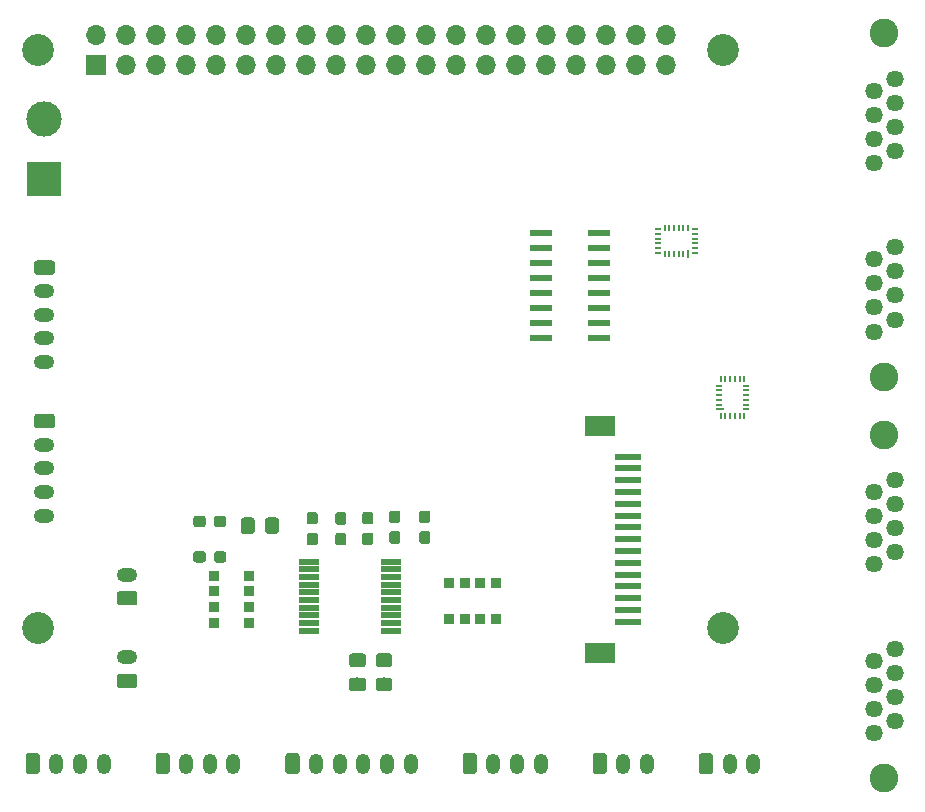
<source format=gbs>
G04 #@! TF.GenerationSoftware,KiCad,Pcbnew,(5.1.0)-1*
G04 #@! TF.CreationDate,2020-06-21T15:24:11+01:00*
G04 #@! TF.ProjectId,Top Board,546f7020-426f-4617-9264-2e6b69636164,-*
G04 #@! TF.SameCoordinates,Original*
G04 #@! TF.FileFunction,Soldermask,Bot*
G04 #@! TF.FilePolarity,Negative*
%FSLAX46Y46*%
G04 Gerber Fmt 4.6, Leading zero omitted, Abs format (unit mm)*
G04 Created by KiCad (PCBNEW (5.1.0)-1) date 2020-06-21 15:24:11*
%MOMM*%
%LPD*%
G04 APERTURE LIST*
%ADD10C,2.430000*%
%ADD11C,1.462000*%
%ADD12R,0.225000X0.663000*%
%ADD13R,0.225000X0.563000*%
%ADD14R,0.563000X0.225000*%
%ADD15R,0.663000X0.225000*%
%ADD16R,3.000000X3.000000*%
%ADD17C,3.000000*%
%ADD18R,1.950000X0.590000*%
%ADD19C,0.150000*%
%ADD20C,1.200000*%
%ADD21O,1.200000X1.750000*%
%ADD22C,2.700000*%
%ADD23R,1.700000X1.700000*%
%ADD24O,1.700000X1.700000*%
%ADD25C,0.950000*%
%ADD26C,1.150000*%
%ADD27R,1.700000X0.480000*%
%ADD28R,0.900000X0.900000*%
%ADD29R,2.200000X0.600000*%
%ADD30R,2.600000X1.800000*%
%ADD31O,1.750000X1.200000*%
G04 APERTURE END LIST*
D10*
X183110000Y-102175000D03*
X183110000Y-131245000D03*
D11*
X182220000Y-127420000D03*
X184000000Y-126400000D03*
X182220000Y-125380000D03*
X184000000Y-124360000D03*
X182220000Y-123340000D03*
X184000000Y-122320000D03*
X182220000Y-121300000D03*
X184000000Y-120280000D03*
X182220000Y-113140000D03*
X184000000Y-112120000D03*
X182220000Y-111100000D03*
X184000000Y-110080000D03*
X182220000Y-109060000D03*
X184000000Y-108040000D03*
X182220000Y-107020000D03*
X184000000Y-106000000D03*
D12*
X166500000Y-86819000D03*
D13*
X166100000Y-86869000D03*
X165700000Y-86869000D03*
X165300000Y-86869000D03*
X164900000Y-86869000D03*
X164500000Y-86869000D03*
X164500000Y-84631000D03*
X164900000Y-84631000D03*
X165300000Y-84631000D03*
X165700000Y-84631000D03*
X166100000Y-84631000D03*
X166500000Y-84631000D03*
D14*
X163931000Y-85950000D03*
X163931000Y-86350000D03*
X163931000Y-86750000D03*
X163931000Y-85550000D03*
X163931000Y-85150000D03*
X163931000Y-84750000D03*
X167068000Y-84750000D03*
X167068000Y-85150000D03*
X167068000Y-85550000D03*
X167068000Y-85950000D03*
X167068000Y-86350000D03*
X167068000Y-86750000D03*
D15*
X169181000Y-100000000D03*
D14*
X169131000Y-99600000D03*
X169131000Y-99200000D03*
X169131000Y-98800000D03*
X169131000Y-98400000D03*
X169131000Y-98000000D03*
X171369000Y-98000000D03*
X171369000Y-98400000D03*
X171369000Y-98800000D03*
X171369000Y-99200000D03*
X171369000Y-99600000D03*
X171369000Y-100000000D03*
D13*
X170050000Y-97431000D03*
X169650000Y-97431000D03*
X169250000Y-97431000D03*
X170450000Y-97431000D03*
X170850000Y-97431000D03*
X171250000Y-97431000D03*
X171250000Y-100568000D03*
X170850000Y-100568000D03*
X170450000Y-100568000D03*
X170050000Y-100568000D03*
X169650000Y-100568000D03*
X169250000Y-100568000D03*
D11*
X184000000Y-72000000D03*
X182220000Y-73020000D03*
X184000000Y-74040000D03*
X182220000Y-75060000D03*
X184000000Y-76080000D03*
X182220000Y-77100000D03*
X184000000Y-78120000D03*
X182220000Y-79140000D03*
X184000000Y-86280000D03*
X182220000Y-87300000D03*
X184000000Y-88320000D03*
X182220000Y-89340000D03*
X184000000Y-90360000D03*
X182220000Y-91380000D03*
X184000000Y-92400000D03*
X182220000Y-93420000D03*
D10*
X183110000Y-97245000D03*
X183110000Y-68175000D03*
D16*
X112000000Y-80500000D03*
D17*
X112000000Y-75420000D03*
D18*
X154020000Y-85055000D03*
X154020000Y-86325000D03*
X154020000Y-87595000D03*
X154020000Y-88865000D03*
X154020000Y-90135000D03*
X154020000Y-91405000D03*
X154020000Y-92675000D03*
X154020000Y-93945000D03*
X158980000Y-93945000D03*
X158980000Y-92675000D03*
X158980000Y-91405000D03*
X158980000Y-90135000D03*
X158980000Y-88865000D03*
X158980000Y-87595000D03*
X158980000Y-86325000D03*
X158980000Y-85055000D03*
D19*
G36*
X133374505Y-129126204D02*
G01*
X133398773Y-129129804D01*
X133422572Y-129135765D01*
X133445671Y-129144030D01*
X133467850Y-129154520D01*
X133488893Y-129167132D01*
X133508599Y-129181747D01*
X133526777Y-129198223D01*
X133543253Y-129216401D01*
X133557868Y-129236107D01*
X133570480Y-129257150D01*
X133580970Y-129279329D01*
X133589235Y-129302428D01*
X133595196Y-129326227D01*
X133598796Y-129350495D01*
X133600000Y-129374999D01*
X133600000Y-130625001D01*
X133598796Y-130649505D01*
X133595196Y-130673773D01*
X133589235Y-130697572D01*
X133580970Y-130720671D01*
X133570480Y-130742850D01*
X133557868Y-130763893D01*
X133543253Y-130783599D01*
X133526777Y-130801777D01*
X133508599Y-130818253D01*
X133488893Y-130832868D01*
X133467850Y-130845480D01*
X133445671Y-130855970D01*
X133422572Y-130864235D01*
X133398773Y-130870196D01*
X133374505Y-130873796D01*
X133350001Y-130875000D01*
X132649999Y-130875000D01*
X132625495Y-130873796D01*
X132601227Y-130870196D01*
X132577428Y-130864235D01*
X132554329Y-130855970D01*
X132532150Y-130845480D01*
X132511107Y-130832868D01*
X132491401Y-130818253D01*
X132473223Y-130801777D01*
X132456747Y-130783599D01*
X132442132Y-130763893D01*
X132429520Y-130742850D01*
X132419030Y-130720671D01*
X132410765Y-130697572D01*
X132404804Y-130673773D01*
X132401204Y-130649505D01*
X132400000Y-130625001D01*
X132400000Y-129374999D01*
X132401204Y-129350495D01*
X132404804Y-129326227D01*
X132410765Y-129302428D01*
X132419030Y-129279329D01*
X132429520Y-129257150D01*
X132442132Y-129236107D01*
X132456747Y-129216401D01*
X132473223Y-129198223D01*
X132491401Y-129181747D01*
X132511107Y-129167132D01*
X132532150Y-129154520D01*
X132554329Y-129144030D01*
X132577428Y-129135765D01*
X132601227Y-129129804D01*
X132625495Y-129126204D01*
X132649999Y-129125000D01*
X133350001Y-129125000D01*
X133374505Y-129126204D01*
X133374505Y-129126204D01*
G37*
D20*
X133000000Y-130000000D03*
D21*
X135000000Y-130000000D03*
X137000000Y-130000000D03*
X139000000Y-130000000D03*
X141000000Y-130000000D03*
X143000000Y-130000000D03*
D22*
X111450000Y-69560000D03*
D23*
X116320000Y-70830000D03*
D24*
X116320000Y-68290000D03*
X118860000Y-70830000D03*
X118860000Y-68290000D03*
X121400000Y-70830000D03*
X121400000Y-68290000D03*
X123940000Y-70830000D03*
X123940000Y-68290000D03*
X126480000Y-70830000D03*
X126480000Y-68290000D03*
X129020000Y-70830000D03*
X129020000Y-68290000D03*
X131560000Y-70830000D03*
X131560000Y-68290000D03*
X134100000Y-70830000D03*
X134100000Y-68290000D03*
X136640000Y-70830000D03*
X136640000Y-68290000D03*
X139180000Y-70830000D03*
X139180000Y-68290000D03*
X141720000Y-70830000D03*
X141720000Y-68290000D03*
X144260000Y-70830000D03*
X144260000Y-68290000D03*
X146800000Y-70830000D03*
X146800000Y-68290000D03*
X149340000Y-70830000D03*
X149340000Y-68290000D03*
X151880000Y-70830000D03*
X151880000Y-68290000D03*
X154420000Y-70830000D03*
X154420000Y-68290000D03*
X156960000Y-70830000D03*
X156960000Y-68290000D03*
X159500000Y-70830000D03*
X159500000Y-68290000D03*
X162040000Y-70830000D03*
X162040000Y-68290000D03*
X164580000Y-70830000D03*
X164580000Y-68290000D03*
D22*
X169450000Y-118560000D03*
X111450000Y-118560000D03*
X169450000Y-69560000D03*
D19*
G36*
X134934779Y-108707144D02*
G01*
X134957834Y-108710563D01*
X134980443Y-108716227D01*
X135002387Y-108724079D01*
X135023457Y-108734044D01*
X135043448Y-108746026D01*
X135062168Y-108759910D01*
X135079438Y-108775562D01*
X135095090Y-108792832D01*
X135108974Y-108811552D01*
X135120956Y-108831543D01*
X135130921Y-108852613D01*
X135138773Y-108874557D01*
X135144437Y-108897166D01*
X135147856Y-108920221D01*
X135149000Y-108943500D01*
X135149000Y-109518500D01*
X135147856Y-109541779D01*
X135144437Y-109564834D01*
X135138773Y-109587443D01*
X135130921Y-109609387D01*
X135120956Y-109630457D01*
X135108974Y-109650448D01*
X135095090Y-109669168D01*
X135079438Y-109686438D01*
X135062168Y-109702090D01*
X135043448Y-109715974D01*
X135023457Y-109727956D01*
X135002387Y-109737921D01*
X134980443Y-109745773D01*
X134957834Y-109751437D01*
X134934779Y-109754856D01*
X134911500Y-109756000D01*
X134436500Y-109756000D01*
X134413221Y-109754856D01*
X134390166Y-109751437D01*
X134367557Y-109745773D01*
X134345613Y-109737921D01*
X134324543Y-109727956D01*
X134304552Y-109715974D01*
X134285832Y-109702090D01*
X134268562Y-109686438D01*
X134252910Y-109669168D01*
X134239026Y-109650448D01*
X134227044Y-109630457D01*
X134217079Y-109609387D01*
X134209227Y-109587443D01*
X134203563Y-109564834D01*
X134200144Y-109541779D01*
X134199000Y-109518500D01*
X134199000Y-108943500D01*
X134200144Y-108920221D01*
X134203563Y-108897166D01*
X134209227Y-108874557D01*
X134217079Y-108852613D01*
X134227044Y-108831543D01*
X134239026Y-108811552D01*
X134252910Y-108792832D01*
X134268562Y-108775562D01*
X134285832Y-108759910D01*
X134304552Y-108746026D01*
X134324543Y-108734044D01*
X134345613Y-108724079D01*
X134367557Y-108716227D01*
X134390166Y-108710563D01*
X134413221Y-108707144D01*
X134436500Y-108706000D01*
X134911500Y-108706000D01*
X134934779Y-108707144D01*
X134934779Y-108707144D01*
G37*
D25*
X134674000Y-109231000D03*
D19*
G36*
X134934779Y-110457144D02*
G01*
X134957834Y-110460563D01*
X134980443Y-110466227D01*
X135002387Y-110474079D01*
X135023457Y-110484044D01*
X135043448Y-110496026D01*
X135062168Y-110509910D01*
X135079438Y-110525562D01*
X135095090Y-110542832D01*
X135108974Y-110561552D01*
X135120956Y-110581543D01*
X135130921Y-110602613D01*
X135138773Y-110624557D01*
X135144437Y-110647166D01*
X135147856Y-110670221D01*
X135149000Y-110693500D01*
X135149000Y-111268500D01*
X135147856Y-111291779D01*
X135144437Y-111314834D01*
X135138773Y-111337443D01*
X135130921Y-111359387D01*
X135120956Y-111380457D01*
X135108974Y-111400448D01*
X135095090Y-111419168D01*
X135079438Y-111436438D01*
X135062168Y-111452090D01*
X135043448Y-111465974D01*
X135023457Y-111477956D01*
X135002387Y-111487921D01*
X134980443Y-111495773D01*
X134957834Y-111501437D01*
X134934779Y-111504856D01*
X134911500Y-111506000D01*
X134436500Y-111506000D01*
X134413221Y-111504856D01*
X134390166Y-111501437D01*
X134367557Y-111495773D01*
X134345613Y-111487921D01*
X134324543Y-111477956D01*
X134304552Y-111465974D01*
X134285832Y-111452090D01*
X134268562Y-111436438D01*
X134252910Y-111419168D01*
X134239026Y-111400448D01*
X134227044Y-111380457D01*
X134217079Y-111359387D01*
X134209227Y-111337443D01*
X134203563Y-111314834D01*
X134200144Y-111291779D01*
X134199000Y-111268500D01*
X134199000Y-110693500D01*
X134200144Y-110670221D01*
X134203563Y-110647166D01*
X134209227Y-110624557D01*
X134217079Y-110602613D01*
X134227044Y-110581543D01*
X134239026Y-110561552D01*
X134252910Y-110542832D01*
X134268562Y-110525562D01*
X134285832Y-110509910D01*
X134304552Y-110496026D01*
X134324543Y-110484044D01*
X134345613Y-110474079D01*
X134367557Y-110466227D01*
X134390166Y-110460563D01*
X134413221Y-110457144D01*
X134436500Y-110456000D01*
X134911500Y-110456000D01*
X134934779Y-110457144D01*
X134934779Y-110457144D01*
G37*
D25*
X134674000Y-110981000D03*
D19*
G36*
X137347779Y-108721144D02*
G01*
X137370834Y-108724563D01*
X137393443Y-108730227D01*
X137415387Y-108738079D01*
X137436457Y-108748044D01*
X137456448Y-108760026D01*
X137475168Y-108773910D01*
X137492438Y-108789562D01*
X137508090Y-108806832D01*
X137521974Y-108825552D01*
X137533956Y-108845543D01*
X137543921Y-108866613D01*
X137551773Y-108888557D01*
X137557437Y-108911166D01*
X137560856Y-108934221D01*
X137562000Y-108957500D01*
X137562000Y-109532500D01*
X137560856Y-109555779D01*
X137557437Y-109578834D01*
X137551773Y-109601443D01*
X137543921Y-109623387D01*
X137533956Y-109644457D01*
X137521974Y-109664448D01*
X137508090Y-109683168D01*
X137492438Y-109700438D01*
X137475168Y-109716090D01*
X137456448Y-109729974D01*
X137436457Y-109741956D01*
X137415387Y-109751921D01*
X137393443Y-109759773D01*
X137370834Y-109765437D01*
X137347779Y-109768856D01*
X137324500Y-109770000D01*
X136849500Y-109770000D01*
X136826221Y-109768856D01*
X136803166Y-109765437D01*
X136780557Y-109759773D01*
X136758613Y-109751921D01*
X136737543Y-109741956D01*
X136717552Y-109729974D01*
X136698832Y-109716090D01*
X136681562Y-109700438D01*
X136665910Y-109683168D01*
X136652026Y-109664448D01*
X136640044Y-109644457D01*
X136630079Y-109623387D01*
X136622227Y-109601443D01*
X136616563Y-109578834D01*
X136613144Y-109555779D01*
X136612000Y-109532500D01*
X136612000Y-108957500D01*
X136613144Y-108934221D01*
X136616563Y-108911166D01*
X136622227Y-108888557D01*
X136630079Y-108866613D01*
X136640044Y-108845543D01*
X136652026Y-108825552D01*
X136665910Y-108806832D01*
X136681562Y-108789562D01*
X136698832Y-108773910D01*
X136717552Y-108760026D01*
X136737543Y-108748044D01*
X136758613Y-108738079D01*
X136780557Y-108730227D01*
X136803166Y-108724563D01*
X136826221Y-108721144D01*
X136849500Y-108720000D01*
X137324500Y-108720000D01*
X137347779Y-108721144D01*
X137347779Y-108721144D01*
G37*
D25*
X137087000Y-109245000D03*
D19*
G36*
X137347779Y-110471144D02*
G01*
X137370834Y-110474563D01*
X137393443Y-110480227D01*
X137415387Y-110488079D01*
X137436457Y-110498044D01*
X137456448Y-110510026D01*
X137475168Y-110523910D01*
X137492438Y-110539562D01*
X137508090Y-110556832D01*
X137521974Y-110575552D01*
X137533956Y-110595543D01*
X137543921Y-110616613D01*
X137551773Y-110638557D01*
X137557437Y-110661166D01*
X137560856Y-110684221D01*
X137562000Y-110707500D01*
X137562000Y-111282500D01*
X137560856Y-111305779D01*
X137557437Y-111328834D01*
X137551773Y-111351443D01*
X137543921Y-111373387D01*
X137533956Y-111394457D01*
X137521974Y-111414448D01*
X137508090Y-111433168D01*
X137492438Y-111450438D01*
X137475168Y-111466090D01*
X137456448Y-111479974D01*
X137436457Y-111491956D01*
X137415387Y-111501921D01*
X137393443Y-111509773D01*
X137370834Y-111515437D01*
X137347779Y-111518856D01*
X137324500Y-111520000D01*
X136849500Y-111520000D01*
X136826221Y-111518856D01*
X136803166Y-111515437D01*
X136780557Y-111509773D01*
X136758613Y-111501921D01*
X136737543Y-111491956D01*
X136717552Y-111479974D01*
X136698832Y-111466090D01*
X136681562Y-111450438D01*
X136665910Y-111433168D01*
X136652026Y-111414448D01*
X136640044Y-111394457D01*
X136630079Y-111373387D01*
X136622227Y-111351443D01*
X136616563Y-111328834D01*
X136613144Y-111305779D01*
X136612000Y-111282500D01*
X136612000Y-110707500D01*
X136613144Y-110684221D01*
X136616563Y-110661166D01*
X136622227Y-110638557D01*
X136630079Y-110616613D01*
X136640044Y-110595543D01*
X136652026Y-110575552D01*
X136665910Y-110556832D01*
X136681562Y-110539562D01*
X136698832Y-110523910D01*
X136717552Y-110510026D01*
X136737543Y-110498044D01*
X136758613Y-110488079D01*
X136780557Y-110480227D01*
X136803166Y-110474563D01*
X136826221Y-110471144D01*
X136849500Y-110470000D01*
X137324500Y-110470000D01*
X137347779Y-110471144D01*
X137347779Y-110471144D01*
G37*
D25*
X137087000Y-110995000D03*
D19*
G36*
X139633779Y-110443144D02*
G01*
X139656834Y-110446563D01*
X139679443Y-110452227D01*
X139701387Y-110460079D01*
X139722457Y-110470044D01*
X139742448Y-110482026D01*
X139761168Y-110495910D01*
X139778438Y-110511562D01*
X139794090Y-110528832D01*
X139807974Y-110547552D01*
X139819956Y-110567543D01*
X139829921Y-110588613D01*
X139837773Y-110610557D01*
X139843437Y-110633166D01*
X139846856Y-110656221D01*
X139848000Y-110679500D01*
X139848000Y-111254500D01*
X139846856Y-111277779D01*
X139843437Y-111300834D01*
X139837773Y-111323443D01*
X139829921Y-111345387D01*
X139819956Y-111366457D01*
X139807974Y-111386448D01*
X139794090Y-111405168D01*
X139778438Y-111422438D01*
X139761168Y-111438090D01*
X139742448Y-111451974D01*
X139722457Y-111463956D01*
X139701387Y-111473921D01*
X139679443Y-111481773D01*
X139656834Y-111487437D01*
X139633779Y-111490856D01*
X139610500Y-111492000D01*
X139135500Y-111492000D01*
X139112221Y-111490856D01*
X139089166Y-111487437D01*
X139066557Y-111481773D01*
X139044613Y-111473921D01*
X139023543Y-111463956D01*
X139003552Y-111451974D01*
X138984832Y-111438090D01*
X138967562Y-111422438D01*
X138951910Y-111405168D01*
X138938026Y-111386448D01*
X138926044Y-111366457D01*
X138916079Y-111345387D01*
X138908227Y-111323443D01*
X138902563Y-111300834D01*
X138899144Y-111277779D01*
X138898000Y-111254500D01*
X138898000Y-110679500D01*
X138899144Y-110656221D01*
X138902563Y-110633166D01*
X138908227Y-110610557D01*
X138916079Y-110588613D01*
X138926044Y-110567543D01*
X138938026Y-110547552D01*
X138951910Y-110528832D01*
X138967562Y-110511562D01*
X138984832Y-110495910D01*
X139003552Y-110482026D01*
X139023543Y-110470044D01*
X139044613Y-110460079D01*
X139066557Y-110452227D01*
X139089166Y-110446563D01*
X139112221Y-110443144D01*
X139135500Y-110442000D01*
X139610500Y-110442000D01*
X139633779Y-110443144D01*
X139633779Y-110443144D01*
G37*
D25*
X139373000Y-110967000D03*
D19*
G36*
X139633779Y-108693144D02*
G01*
X139656834Y-108696563D01*
X139679443Y-108702227D01*
X139701387Y-108710079D01*
X139722457Y-108720044D01*
X139742448Y-108732026D01*
X139761168Y-108745910D01*
X139778438Y-108761562D01*
X139794090Y-108778832D01*
X139807974Y-108797552D01*
X139819956Y-108817543D01*
X139829921Y-108838613D01*
X139837773Y-108860557D01*
X139843437Y-108883166D01*
X139846856Y-108906221D01*
X139848000Y-108929500D01*
X139848000Y-109504500D01*
X139846856Y-109527779D01*
X139843437Y-109550834D01*
X139837773Y-109573443D01*
X139829921Y-109595387D01*
X139819956Y-109616457D01*
X139807974Y-109636448D01*
X139794090Y-109655168D01*
X139778438Y-109672438D01*
X139761168Y-109688090D01*
X139742448Y-109701974D01*
X139722457Y-109713956D01*
X139701387Y-109723921D01*
X139679443Y-109731773D01*
X139656834Y-109737437D01*
X139633779Y-109740856D01*
X139610500Y-109742000D01*
X139135500Y-109742000D01*
X139112221Y-109740856D01*
X139089166Y-109737437D01*
X139066557Y-109731773D01*
X139044613Y-109723921D01*
X139023543Y-109713956D01*
X139003552Y-109701974D01*
X138984832Y-109688090D01*
X138967562Y-109672438D01*
X138951910Y-109655168D01*
X138938026Y-109636448D01*
X138926044Y-109616457D01*
X138916079Y-109595387D01*
X138908227Y-109573443D01*
X138902563Y-109550834D01*
X138899144Y-109527779D01*
X138898000Y-109504500D01*
X138898000Y-108929500D01*
X138899144Y-108906221D01*
X138902563Y-108883166D01*
X138908227Y-108860557D01*
X138916079Y-108838613D01*
X138926044Y-108817543D01*
X138938026Y-108797552D01*
X138951910Y-108778832D01*
X138967562Y-108761562D01*
X138984832Y-108745910D01*
X139003552Y-108732026D01*
X139023543Y-108720044D01*
X139044613Y-108710079D01*
X139066557Y-108702227D01*
X139089166Y-108696563D01*
X139112221Y-108693144D01*
X139135500Y-108692000D01*
X139610500Y-108692000D01*
X139633779Y-108693144D01*
X139633779Y-108693144D01*
G37*
D25*
X139373000Y-109217000D03*
D19*
G36*
X141919779Y-108580144D02*
G01*
X141942834Y-108583563D01*
X141965443Y-108589227D01*
X141987387Y-108597079D01*
X142008457Y-108607044D01*
X142028448Y-108619026D01*
X142047168Y-108632910D01*
X142064438Y-108648562D01*
X142080090Y-108665832D01*
X142093974Y-108684552D01*
X142105956Y-108704543D01*
X142115921Y-108725613D01*
X142123773Y-108747557D01*
X142129437Y-108770166D01*
X142132856Y-108793221D01*
X142134000Y-108816500D01*
X142134000Y-109391500D01*
X142132856Y-109414779D01*
X142129437Y-109437834D01*
X142123773Y-109460443D01*
X142115921Y-109482387D01*
X142105956Y-109503457D01*
X142093974Y-109523448D01*
X142080090Y-109542168D01*
X142064438Y-109559438D01*
X142047168Y-109575090D01*
X142028448Y-109588974D01*
X142008457Y-109600956D01*
X141987387Y-109610921D01*
X141965443Y-109618773D01*
X141942834Y-109624437D01*
X141919779Y-109627856D01*
X141896500Y-109629000D01*
X141421500Y-109629000D01*
X141398221Y-109627856D01*
X141375166Y-109624437D01*
X141352557Y-109618773D01*
X141330613Y-109610921D01*
X141309543Y-109600956D01*
X141289552Y-109588974D01*
X141270832Y-109575090D01*
X141253562Y-109559438D01*
X141237910Y-109542168D01*
X141224026Y-109523448D01*
X141212044Y-109503457D01*
X141202079Y-109482387D01*
X141194227Y-109460443D01*
X141188563Y-109437834D01*
X141185144Y-109414779D01*
X141184000Y-109391500D01*
X141184000Y-108816500D01*
X141185144Y-108793221D01*
X141188563Y-108770166D01*
X141194227Y-108747557D01*
X141202079Y-108725613D01*
X141212044Y-108704543D01*
X141224026Y-108684552D01*
X141237910Y-108665832D01*
X141253562Y-108648562D01*
X141270832Y-108632910D01*
X141289552Y-108619026D01*
X141309543Y-108607044D01*
X141330613Y-108597079D01*
X141352557Y-108589227D01*
X141375166Y-108583563D01*
X141398221Y-108580144D01*
X141421500Y-108579000D01*
X141896500Y-108579000D01*
X141919779Y-108580144D01*
X141919779Y-108580144D01*
G37*
D25*
X141659000Y-109104000D03*
D19*
G36*
X141919779Y-110330144D02*
G01*
X141942834Y-110333563D01*
X141965443Y-110339227D01*
X141987387Y-110347079D01*
X142008457Y-110357044D01*
X142028448Y-110369026D01*
X142047168Y-110382910D01*
X142064438Y-110398562D01*
X142080090Y-110415832D01*
X142093974Y-110434552D01*
X142105956Y-110454543D01*
X142115921Y-110475613D01*
X142123773Y-110497557D01*
X142129437Y-110520166D01*
X142132856Y-110543221D01*
X142134000Y-110566500D01*
X142134000Y-111141500D01*
X142132856Y-111164779D01*
X142129437Y-111187834D01*
X142123773Y-111210443D01*
X142115921Y-111232387D01*
X142105956Y-111253457D01*
X142093974Y-111273448D01*
X142080090Y-111292168D01*
X142064438Y-111309438D01*
X142047168Y-111325090D01*
X142028448Y-111338974D01*
X142008457Y-111350956D01*
X141987387Y-111360921D01*
X141965443Y-111368773D01*
X141942834Y-111374437D01*
X141919779Y-111377856D01*
X141896500Y-111379000D01*
X141421500Y-111379000D01*
X141398221Y-111377856D01*
X141375166Y-111374437D01*
X141352557Y-111368773D01*
X141330613Y-111360921D01*
X141309543Y-111350956D01*
X141289552Y-111338974D01*
X141270832Y-111325090D01*
X141253562Y-111309438D01*
X141237910Y-111292168D01*
X141224026Y-111273448D01*
X141212044Y-111253457D01*
X141202079Y-111232387D01*
X141194227Y-111210443D01*
X141188563Y-111187834D01*
X141185144Y-111164779D01*
X141184000Y-111141500D01*
X141184000Y-110566500D01*
X141185144Y-110543221D01*
X141188563Y-110520166D01*
X141194227Y-110497557D01*
X141202079Y-110475613D01*
X141212044Y-110454543D01*
X141224026Y-110434552D01*
X141237910Y-110415832D01*
X141253562Y-110398562D01*
X141270832Y-110382910D01*
X141289552Y-110369026D01*
X141309543Y-110357044D01*
X141330613Y-110347079D01*
X141352557Y-110339227D01*
X141375166Y-110333563D01*
X141398221Y-110330144D01*
X141421500Y-110329000D01*
X141896500Y-110329000D01*
X141919779Y-110330144D01*
X141919779Y-110330144D01*
G37*
D25*
X141659000Y-110854000D03*
D19*
G36*
X144459779Y-110330144D02*
G01*
X144482834Y-110333563D01*
X144505443Y-110339227D01*
X144527387Y-110347079D01*
X144548457Y-110357044D01*
X144568448Y-110369026D01*
X144587168Y-110382910D01*
X144604438Y-110398562D01*
X144620090Y-110415832D01*
X144633974Y-110434552D01*
X144645956Y-110454543D01*
X144655921Y-110475613D01*
X144663773Y-110497557D01*
X144669437Y-110520166D01*
X144672856Y-110543221D01*
X144674000Y-110566500D01*
X144674000Y-111141500D01*
X144672856Y-111164779D01*
X144669437Y-111187834D01*
X144663773Y-111210443D01*
X144655921Y-111232387D01*
X144645956Y-111253457D01*
X144633974Y-111273448D01*
X144620090Y-111292168D01*
X144604438Y-111309438D01*
X144587168Y-111325090D01*
X144568448Y-111338974D01*
X144548457Y-111350956D01*
X144527387Y-111360921D01*
X144505443Y-111368773D01*
X144482834Y-111374437D01*
X144459779Y-111377856D01*
X144436500Y-111379000D01*
X143961500Y-111379000D01*
X143938221Y-111377856D01*
X143915166Y-111374437D01*
X143892557Y-111368773D01*
X143870613Y-111360921D01*
X143849543Y-111350956D01*
X143829552Y-111338974D01*
X143810832Y-111325090D01*
X143793562Y-111309438D01*
X143777910Y-111292168D01*
X143764026Y-111273448D01*
X143752044Y-111253457D01*
X143742079Y-111232387D01*
X143734227Y-111210443D01*
X143728563Y-111187834D01*
X143725144Y-111164779D01*
X143724000Y-111141500D01*
X143724000Y-110566500D01*
X143725144Y-110543221D01*
X143728563Y-110520166D01*
X143734227Y-110497557D01*
X143742079Y-110475613D01*
X143752044Y-110454543D01*
X143764026Y-110434552D01*
X143777910Y-110415832D01*
X143793562Y-110398562D01*
X143810832Y-110382910D01*
X143829552Y-110369026D01*
X143849543Y-110357044D01*
X143870613Y-110347079D01*
X143892557Y-110339227D01*
X143915166Y-110333563D01*
X143938221Y-110330144D01*
X143961500Y-110329000D01*
X144436500Y-110329000D01*
X144459779Y-110330144D01*
X144459779Y-110330144D01*
G37*
D25*
X144199000Y-110854000D03*
D19*
G36*
X144459779Y-108580144D02*
G01*
X144482834Y-108583563D01*
X144505443Y-108589227D01*
X144527387Y-108597079D01*
X144548457Y-108607044D01*
X144568448Y-108619026D01*
X144587168Y-108632910D01*
X144604438Y-108648562D01*
X144620090Y-108665832D01*
X144633974Y-108684552D01*
X144645956Y-108704543D01*
X144655921Y-108725613D01*
X144663773Y-108747557D01*
X144669437Y-108770166D01*
X144672856Y-108793221D01*
X144674000Y-108816500D01*
X144674000Y-109391500D01*
X144672856Y-109414779D01*
X144669437Y-109437834D01*
X144663773Y-109460443D01*
X144655921Y-109482387D01*
X144645956Y-109503457D01*
X144633974Y-109523448D01*
X144620090Y-109542168D01*
X144604438Y-109559438D01*
X144587168Y-109575090D01*
X144568448Y-109588974D01*
X144548457Y-109600956D01*
X144527387Y-109610921D01*
X144505443Y-109618773D01*
X144482834Y-109624437D01*
X144459779Y-109627856D01*
X144436500Y-109629000D01*
X143961500Y-109629000D01*
X143938221Y-109627856D01*
X143915166Y-109624437D01*
X143892557Y-109618773D01*
X143870613Y-109610921D01*
X143849543Y-109600956D01*
X143829552Y-109588974D01*
X143810832Y-109575090D01*
X143793562Y-109559438D01*
X143777910Y-109542168D01*
X143764026Y-109523448D01*
X143752044Y-109503457D01*
X143742079Y-109482387D01*
X143734227Y-109460443D01*
X143728563Y-109437834D01*
X143725144Y-109414779D01*
X143724000Y-109391500D01*
X143724000Y-108816500D01*
X143725144Y-108793221D01*
X143728563Y-108770166D01*
X143734227Y-108747557D01*
X143742079Y-108725613D01*
X143752044Y-108704543D01*
X143764026Y-108684552D01*
X143777910Y-108665832D01*
X143793562Y-108648562D01*
X143810832Y-108632910D01*
X143829552Y-108619026D01*
X143849543Y-108607044D01*
X143870613Y-108597079D01*
X143892557Y-108589227D01*
X143915166Y-108583563D01*
X143938221Y-108580144D01*
X143961500Y-108579000D01*
X144436500Y-108579000D01*
X144459779Y-108580144D01*
X144459779Y-108580144D01*
G37*
D25*
X144199000Y-109104000D03*
D19*
G36*
X131612505Y-109161204D02*
G01*
X131636773Y-109164804D01*
X131660572Y-109170765D01*
X131683671Y-109179030D01*
X131705850Y-109189520D01*
X131726893Y-109202132D01*
X131746599Y-109216747D01*
X131764777Y-109233223D01*
X131781253Y-109251401D01*
X131795868Y-109271107D01*
X131808480Y-109292150D01*
X131818970Y-109314329D01*
X131827235Y-109337428D01*
X131833196Y-109361227D01*
X131836796Y-109385495D01*
X131838000Y-109409999D01*
X131838000Y-110310001D01*
X131836796Y-110334505D01*
X131833196Y-110358773D01*
X131827235Y-110382572D01*
X131818970Y-110405671D01*
X131808480Y-110427850D01*
X131795868Y-110448893D01*
X131781253Y-110468599D01*
X131764777Y-110486777D01*
X131746599Y-110503253D01*
X131726893Y-110517868D01*
X131705850Y-110530480D01*
X131683671Y-110540970D01*
X131660572Y-110549235D01*
X131636773Y-110555196D01*
X131612505Y-110558796D01*
X131588001Y-110560000D01*
X130937999Y-110560000D01*
X130913495Y-110558796D01*
X130889227Y-110555196D01*
X130865428Y-110549235D01*
X130842329Y-110540970D01*
X130820150Y-110530480D01*
X130799107Y-110517868D01*
X130779401Y-110503253D01*
X130761223Y-110486777D01*
X130744747Y-110468599D01*
X130730132Y-110448893D01*
X130717520Y-110427850D01*
X130707030Y-110405671D01*
X130698765Y-110382572D01*
X130692804Y-110358773D01*
X130689204Y-110334505D01*
X130688000Y-110310001D01*
X130688000Y-109409999D01*
X130689204Y-109385495D01*
X130692804Y-109361227D01*
X130698765Y-109337428D01*
X130707030Y-109314329D01*
X130717520Y-109292150D01*
X130730132Y-109271107D01*
X130744747Y-109251401D01*
X130761223Y-109233223D01*
X130779401Y-109216747D01*
X130799107Y-109202132D01*
X130820150Y-109189520D01*
X130842329Y-109179030D01*
X130865428Y-109170765D01*
X130889227Y-109164804D01*
X130913495Y-109161204D01*
X130937999Y-109160000D01*
X131588001Y-109160000D01*
X131612505Y-109161204D01*
X131612505Y-109161204D01*
G37*
D26*
X131263000Y-109860000D03*
D19*
G36*
X129562505Y-109161204D02*
G01*
X129586773Y-109164804D01*
X129610572Y-109170765D01*
X129633671Y-109179030D01*
X129655850Y-109189520D01*
X129676893Y-109202132D01*
X129696599Y-109216747D01*
X129714777Y-109233223D01*
X129731253Y-109251401D01*
X129745868Y-109271107D01*
X129758480Y-109292150D01*
X129768970Y-109314329D01*
X129777235Y-109337428D01*
X129783196Y-109361227D01*
X129786796Y-109385495D01*
X129788000Y-109409999D01*
X129788000Y-110310001D01*
X129786796Y-110334505D01*
X129783196Y-110358773D01*
X129777235Y-110382572D01*
X129768970Y-110405671D01*
X129758480Y-110427850D01*
X129745868Y-110448893D01*
X129731253Y-110468599D01*
X129714777Y-110486777D01*
X129696599Y-110503253D01*
X129676893Y-110517868D01*
X129655850Y-110530480D01*
X129633671Y-110540970D01*
X129610572Y-110549235D01*
X129586773Y-110555196D01*
X129562505Y-110558796D01*
X129538001Y-110560000D01*
X128887999Y-110560000D01*
X128863495Y-110558796D01*
X128839227Y-110555196D01*
X128815428Y-110549235D01*
X128792329Y-110540970D01*
X128770150Y-110530480D01*
X128749107Y-110517868D01*
X128729401Y-110503253D01*
X128711223Y-110486777D01*
X128694747Y-110468599D01*
X128680132Y-110448893D01*
X128667520Y-110427850D01*
X128657030Y-110405671D01*
X128648765Y-110382572D01*
X128642804Y-110358773D01*
X128639204Y-110334505D01*
X128638000Y-110310001D01*
X128638000Y-109409999D01*
X128639204Y-109385495D01*
X128642804Y-109361227D01*
X128648765Y-109337428D01*
X128657030Y-109314329D01*
X128667520Y-109292150D01*
X128680132Y-109271107D01*
X128694747Y-109251401D01*
X128711223Y-109233223D01*
X128729401Y-109216747D01*
X128749107Y-109202132D01*
X128770150Y-109189520D01*
X128792329Y-109179030D01*
X128815428Y-109170765D01*
X128839227Y-109164804D01*
X128863495Y-109161204D01*
X128887999Y-109160000D01*
X129538001Y-109160000D01*
X129562505Y-109161204D01*
X129562505Y-109161204D01*
G37*
D26*
X129213000Y-109860000D03*
D19*
G36*
X141224505Y-122726204D02*
G01*
X141248773Y-122729804D01*
X141272572Y-122735765D01*
X141295671Y-122744030D01*
X141317850Y-122754520D01*
X141338893Y-122767132D01*
X141358599Y-122781747D01*
X141376777Y-122798223D01*
X141393253Y-122816401D01*
X141407868Y-122836107D01*
X141420480Y-122857150D01*
X141430970Y-122879329D01*
X141439235Y-122902428D01*
X141445196Y-122926227D01*
X141448796Y-122950495D01*
X141450000Y-122974999D01*
X141450000Y-123625001D01*
X141448796Y-123649505D01*
X141445196Y-123673773D01*
X141439235Y-123697572D01*
X141430970Y-123720671D01*
X141420480Y-123742850D01*
X141407868Y-123763893D01*
X141393253Y-123783599D01*
X141376777Y-123801777D01*
X141358599Y-123818253D01*
X141338893Y-123832868D01*
X141317850Y-123845480D01*
X141295671Y-123855970D01*
X141272572Y-123864235D01*
X141248773Y-123870196D01*
X141224505Y-123873796D01*
X141200001Y-123875000D01*
X140299999Y-123875000D01*
X140275495Y-123873796D01*
X140251227Y-123870196D01*
X140227428Y-123864235D01*
X140204329Y-123855970D01*
X140182150Y-123845480D01*
X140161107Y-123832868D01*
X140141401Y-123818253D01*
X140123223Y-123801777D01*
X140106747Y-123783599D01*
X140092132Y-123763893D01*
X140079520Y-123742850D01*
X140069030Y-123720671D01*
X140060765Y-123697572D01*
X140054804Y-123673773D01*
X140051204Y-123649505D01*
X140050000Y-123625001D01*
X140050000Y-122974999D01*
X140051204Y-122950495D01*
X140054804Y-122926227D01*
X140060765Y-122902428D01*
X140069030Y-122879329D01*
X140079520Y-122857150D01*
X140092132Y-122836107D01*
X140106747Y-122816401D01*
X140123223Y-122798223D01*
X140141401Y-122781747D01*
X140161107Y-122767132D01*
X140182150Y-122754520D01*
X140204329Y-122744030D01*
X140227428Y-122735765D01*
X140251227Y-122729804D01*
X140275495Y-122726204D01*
X140299999Y-122725000D01*
X141200001Y-122725000D01*
X141224505Y-122726204D01*
X141224505Y-122726204D01*
G37*
D26*
X140750000Y-123300000D03*
D19*
G36*
X141224505Y-120676204D02*
G01*
X141248773Y-120679804D01*
X141272572Y-120685765D01*
X141295671Y-120694030D01*
X141317850Y-120704520D01*
X141338893Y-120717132D01*
X141358599Y-120731747D01*
X141376777Y-120748223D01*
X141393253Y-120766401D01*
X141407868Y-120786107D01*
X141420480Y-120807150D01*
X141430970Y-120829329D01*
X141439235Y-120852428D01*
X141445196Y-120876227D01*
X141448796Y-120900495D01*
X141450000Y-120924999D01*
X141450000Y-121575001D01*
X141448796Y-121599505D01*
X141445196Y-121623773D01*
X141439235Y-121647572D01*
X141430970Y-121670671D01*
X141420480Y-121692850D01*
X141407868Y-121713893D01*
X141393253Y-121733599D01*
X141376777Y-121751777D01*
X141358599Y-121768253D01*
X141338893Y-121782868D01*
X141317850Y-121795480D01*
X141295671Y-121805970D01*
X141272572Y-121814235D01*
X141248773Y-121820196D01*
X141224505Y-121823796D01*
X141200001Y-121825000D01*
X140299999Y-121825000D01*
X140275495Y-121823796D01*
X140251227Y-121820196D01*
X140227428Y-121814235D01*
X140204329Y-121805970D01*
X140182150Y-121795480D01*
X140161107Y-121782868D01*
X140141401Y-121768253D01*
X140123223Y-121751777D01*
X140106747Y-121733599D01*
X140092132Y-121713893D01*
X140079520Y-121692850D01*
X140069030Y-121670671D01*
X140060765Y-121647572D01*
X140054804Y-121623773D01*
X140051204Y-121599505D01*
X140050000Y-121575001D01*
X140050000Y-120924999D01*
X140051204Y-120900495D01*
X140054804Y-120876227D01*
X140060765Y-120852428D01*
X140069030Y-120829329D01*
X140079520Y-120807150D01*
X140092132Y-120786107D01*
X140106747Y-120766401D01*
X140123223Y-120748223D01*
X140141401Y-120731747D01*
X140161107Y-120717132D01*
X140182150Y-120704520D01*
X140204329Y-120694030D01*
X140227428Y-120685765D01*
X140251227Y-120679804D01*
X140275495Y-120676204D01*
X140299999Y-120675000D01*
X141200001Y-120675000D01*
X141224505Y-120676204D01*
X141224505Y-120676204D01*
G37*
D26*
X140750000Y-121250000D03*
D19*
G36*
X138974505Y-120676204D02*
G01*
X138998773Y-120679804D01*
X139022572Y-120685765D01*
X139045671Y-120694030D01*
X139067850Y-120704520D01*
X139088893Y-120717132D01*
X139108599Y-120731747D01*
X139126777Y-120748223D01*
X139143253Y-120766401D01*
X139157868Y-120786107D01*
X139170480Y-120807150D01*
X139180970Y-120829329D01*
X139189235Y-120852428D01*
X139195196Y-120876227D01*
X139198796Y-120900495D01*
X139200000Y-120924999D01*
X139200000Y-121575001D01*
X139198796Y-121599505D01*
X139195196Y-121623773D01*
X139189235Y-121647572D01*
X139180970Y-121670671D01*
X139170480Y-121692850D01*
X139157868Y-121713893D01*
X139143253Y-121733599D01*
X139126777Y-121751777D01*
X139108599Y-121768253D01*
X139088893Y-121782868D01*
X139067850Y-121795480D01*
X139045671Y-121805970D01*
X139022572Y-121814235D01*
X138998773Y-121820196D01*
X138974505Y-121823796D01*
X138950001Y-121825000D01*
X138049999Y-121825000D01*
X138025495Y-121823796D01*
X138001227Y-121820196D01*
X137977428Y-121814235D01*
X137954329Y-121805970D01*
X137932150Y-121795480D01*
X137911107Y-121782868D01*
X137891401Y-121768253D01*
X137873223Y-121751777D01*
X137856747Y-121733599D01*
X137842132Y-121713893D01*
X137829520Y-121692850D01*
X137819030Y-121670671D01*
X137810765Y-121647572D01*
X137804804Y-121623773D01*
X137801204Y-121599505D01*
X137800000Y-121575001D01*
X137800000Y-120924999D01*
X137801204Y-120900495D01*
X137804804Y-120876227D01*
X137810765Y-120852428D01*
X137819030Y-120829329D01*
X137829520Y-120807150D01*
X137842132Y-120786107D01*
X137856747Y-120766401D01*
X137873223Y-120748223D01*
X137891401Y-120731747D01*
X137911107Y-120717132D01*
X137932150Y-120704520D01*
X137954329Y-120694030D01*
X137977428Y-120685765D01*
X138001227Y-120679804D01*
X138025495Y-120676204D01*
X138049999Y-120675000D01*
X138950001Y-120675000D01*
X138974505Y-120676204D01*
X138974505Y-120676204D01*
G37*
D26*
X138500000Y-121250000D03*
D19*
G36*
X138974505Y-122726204D02*
G01*
X138998773Y-122729804D01*
X139022572Y-122735765D01*
X139045671Y-122744030D01*
X139067850Y-122754520D01*
X139088893Y-122767132D01*
X139108599Y-122781747D01*
X139126777Y-122798223D01*
X139143253Y-122816401D01*
X139157868Y-122836107D01*
X139170480Y-122857150D01*
X139180970Y-122879329D01*
X139189235Y-122902428D01*
X139195196Y-122926227D01*
X139198796Y-122950495D01*
X139200000Y-122974999D01*
X139200000Y-123625001D01*
X139198796Y-123649505D01*
X139195196Y-123673773D01*
X139189235Y-123697572D01*
X139180970Y-123720671D01*
X139170480Y-123742850D01*
X139157868Y-123763893D01*
X139143253Y-123783599D01*
X139126777Y-123801777D01*
X139108599Y-123818253D01*
X139088893Y-123832868D01*
X139067850Y-123845480D01*
X139045671Y-123855970D01*
X139022572Y-123864235D01*
X138998773Y-123870196D01*
X138974505Y-123873796D01*
X138950001Y-123875000D01*
X138049999Y-123875000D01*
X138025495Y-123873796D01*
X138001227Y-123870196D01*
X137977428Y-123864235D01*
X137954329Y-123855970D01*
X137932150Y-123845480D01*
X137911107Y-123832868D01*
X137891401Y-123818253D01*
X137873223Y-123801777D01*
X137856747Y-123783599D01*
X137842132Y-123763893D01*
X137829520Y-123742850D01*
X137819030Y-123720671D01*
X137810765Y-123697572D01*
X137804804Y-123673773D01*
X137801204Y-123649505D01*
X137800000Y-123625001D01*
X137800000Y-122974999D01*
X137801204Y-122950495D01*
X137804804Y-122926227D01*
X137810765Y-122902428D01*
X137819030Y-122879329D01*
X137829520Y-122857150D01*
X137842132Y-122836107D01*
X137856747Y-122816401D01*
X137873223Y-122798223D01*
X137891401Y-122781747D01*
X137911107Y-122767132D01*
X137932150Y-122754520D01*
X137954329Y-122744030D01*
X137977428Y-122735765D01*
X138001227Y-122729804D01*
X138025495Y-122726204D01*
X138049999Y-122725000D01*
X138950001Y-122725000D01*
X138974505Y-122726204D01*
X138974505Y-122726204D01*
G37*
D26*
X138500000Y-123300000D03*
D19*
G36*
X127185779Y-112026144D02*
G01*
X127208834Y-112029563D01*
X127231443Y-112035227D01*
X127253387Y-112043079D01*
X127274457Y-112053044D01*
X127294448Y-112065026D01*
X127313168Y-112078910D01*
X127330438Y-112094562D01*
X127346090Y-112111832D01*
X127359974Y-112130552D01*
X127371956Y-112150543D01*
X127381921Y-112171613D01*
X127389773Y-112193557D01*
X127395437Y-112216166D01*
X127398856Y-112239221D01*
X127400000Y-112262500D01*
X127400000Y-112737500D01*
X127398856Y-112760779D01*
X127395437Y-112783834D01*
X127389773Y-112806443D01*
X127381921Y-112828387D01*
X127371956Y-112849457D01*
X127359974Y-112869448D01*
X127346090Y-112888168D01*
X127330438Y-112905438D01*
X127313168Y-112921090D01*
X127294448Y-112934974D01*
X127274457Y-112946956D01*
X127253387Y-112956921D01*
X127231443Y-112964773D01*
X127208834Y-112970437D01*
X127185779Y-112973856D01*
X127162500Y-112975000D01*
X126587500Y-112975000D01*
X126564221Y-112973856D01*
X126541166Y-112970437D01*
X126518557Y-112964773D01*
X126496613Y-112956921D01*
X126475543Y-112946956D01*
X126455552Y-112934974D01*
X126436832Y-112921090D01*
X126419562Y-112905438D01*
X126403910Y-112888168D01*
X126390026Y-112869448D01*
X126378044Y-112849457D01*
X126368079Y-112828387D01*
X126360227Y-112806443D01*
X126354563Y-112783834D01*
X126351144Y-112760779D01*
X126350000Y-112737500D01*
X126350000Y-112262500D01*
X126351144Y-112239221D01*
X126354563Y-112216166D01*
X126360227Y-112193557D01*
X126368079Y-112171613D01*
X126378044Y-112150543D01*
X126390026Y-112130552D01*
X126403910Y-112111832D01*
X126419562Y-112094562D01*
X126436832Y-112078910D01*
X126455552Y-112065026D01*
X126475543Y-112053044D01*
X126496613Y-112043079D01*
X126518557Y-112035227D01*
X126541166Y-112029563D01*
X126564221Y-112026144D01*
X126587500Y-112025000D01*
X127162500Y-112025000D01*
X127185779Y-112026144D01*
X127185779Y-112026144D01*
G37*
D25*
X126875000Y-112500000D03*
D19*
G36*
X125435779Y-112026144D02*
G01*
X125458834Y-112029563D01*
X125481443Y-112035227D01*
X125503387Y-112043079D01*
X125524457Y-112053044D01*
X125544448Y-112065026D01*
X125563168Y-112078910D01*
X125580438Y-112094562D01*
X125596090Y-112111832D01*
X125609974Y-112130552D01*
X125621956Y-112150543D01*
X125631921Y-112171613D01*
X125639773Y-112193557D01*
X125645437Y-112216166D01*
X125648856Y-112239221D01*
X125650000Y-112262500D01*
X125650000Y-112737500D01*
X125648856Y-112760779D01*
X125645437Y-112783834D01*
X125639773Y-112806443D01*
X125631921Y-112828387D01*
X125621956Y-112849457D01*
X125609974Y-112869448D01*
X125596090Y-112888168D01*
X125580438Y-112905438D01*
X125563168Y-112921090D01*
X125544448Y-112934974D01*
X125524457Y-112946956D01*
X125503387Y-112956921D01*
X125481443Y-112964773D01*
X125458834Y-112970437D01*
X125435779Y-112973856D01*
X125412500Y-112975000D01*
X124837500Y-112975000D01*
X124814221Y-112973856D01*
X124791166Y-112970437D01*
X124768557Y-112964773D01*
X124746613Y-112956921D01*
X124725543Y-112946956D01*
X124705552Y-112934974D01*
X124686832Y-112921090D01*
X124669562Y-112905438D01*
X124653910Y-112888168D01*
X124640026Y-112869448D01*
X124628044Y-112849457D01*
X124618079Y-112828387D01*
X124610227Y-112806443D01*
X124604563Y-112783834D01*
X124601144Y-112760779D01*
X124600000Y-112737500D01*
X124600000Y-112262500D01*
X124601144Y-112239221D01*
X124604563Y-112216166D01*
X124610227Y-112193557D01*
X124618079Y-112171613D01*
X124628044Y-112150543D01*
X124640026Y-112130552D01*
X124653910Y-112111832D01*
X124669562Y-112094562D01*
X124686832Y-112078910D01*
X124705552Y-112065026D01*
X124725543Y-112053044D01*
X124746613Y-112043079D01*
X124768557Y-112035227D01*
X124791166Y-112029563D01*
X124814221Y-112026144D01*
X124837500Y-112025000D01*
X125412500Y-112025000D01*
X125435779Y-112026144D01*
X125435779Y-112026144D01*
G37*
D25*
X125125000Y-112500000D03*
D19*
G36*
X125435779Y-109026144D02*
G01*
X125458834Y-109029563D01*
X125481443Y-109035227D01*
X125503387Y-109043079D01*
X125524457Y-109053044D01*
X125544448Y-109065026D01*
X125563168Y-109078910D01*
X125580438Y-109094562D01*
X125596090Y-109111832D01*
X125609974Y-109130552D01*
X125621956Y-109150543D01*
X125631921Y-109171613D01*
X125639773Y-109193557D01*
X125645437Y-109216166D01*
X125648856Y-109239221D01*
X125650000Y-109262500D01*
X125650000Y-109737500D01*
X125648856Y-109760779D01*
X125645437Y-109783834D01*
X125639773Y-109806443D01*
X125631921Y-109828387D01*
X125621956Y-109849457D01*
X125609974Y-109869448D01*
X125596090Y-109888168D01*
X125580438Y-109905438D01*
X125563168Y-109921090D01*
X125544448Y-109934974D01*
X125524457Y-109946956D01*
X125503387Y-109956921D01*
X125481443Y-109964773D01*
X125458834Y-109970437D01*
X125435779Y-109973856D01*
X125412500Y-109975000D01*
X124837500Y-109975000D01*
X124814221Y-109973856D01*
X124791166Y-109970437D01*
X124768557Y-109964773D01*
X124746613Y-109956921D01*
X124725543Y-109946956D01*
X124705552Y-109934974D01*
X124686832Y-109921090D01*
X124669562Y-109905438D01*
X124653910Y-109888168D01*
X124640026Y-109869448D01*
X124628044Y-109849457D01*
X124618079Y-109828387D01*
X124610227Y-109806443D01*
X124604563Y-109783834D01*
X124601144Y-109760779D01*
X124600000Y-109737500D01*
X124600000Y-109262500D01*
X124601144Y-109239221D01*
X124604563Y-109216166D01*
X124610227Y-109193557D01*
X124618079Y-109171613D01*
X124628044Y-109150543D01*
X124640026Y-109130552D01*
X124653910Y-109111832D01*
X124669562Y-109094562D01*
X124686832Y-109078910D01*
X124705552Y-109065026D01*
X124725543Y-109053044D01*
X124746613Y-109043079D01*
X124768557Y-109035227D01*
X124791166Y-109029563D01*
X124814221Y-109026144D01*
X124837500Y-109025000D01*
X125412500Y-109025000D01*
X125435779Y-109026144D01*
X125435779Y-109026144D01*
G37*
D25*
X125125000Y-109500000D03*
D19*
G36*
X127185779Y-109026144D02*
G01*
X127208834Y-109029563D01*
X127231443Y-109035227D01*
X127253387Y-109043079D01*
X127274457Y-109053044D01*
X127294448Y-109065026D01*
X127313168Y-109078910D01*
X127330438Y-109094562D01*
X127346090Y-109111832D01*
X127359974Y-109130552D01*
X127371956Y-109150543D01*
X127381921Y-109171613D01*
X127389773Y-109193557D01*
X127395437Y-109216166D01*
X127398856Y-109239221D01*
X127400000Y-109262500D01*
X127400000Y-109737500D01*
X127398856Y-109760779D01*
X127395437Y-109783834D01*
X127389773Y-109806443D01*
X127381921Y-109828387D01*
X127371956Y-109849457D01*
X127359974Y-109869448D01*
X127346090Y-109888168D01*
X127330438Y-109905438D01*
X127313168Y-109921090D01*
X127294448Y-109934974D01*
X127274457Y-109946956D01*
X127253387Y-109956921D01*
X127231443Y-109964773D01*
X127208834Y-109970437D01*
X127185779Y-109973856D01*
X127162500Y-109975000D01*
X126587500Y-109975000D01*
X126564221Y-109973856D01*
X126541166Y-109970437D01*
X126518557Y-109964773D01*
X126496613Y-109956921D01*
X126475543Y-109946956D01*
X126455552Y-109934974D01*
X126436832Y-109921090D01*
X126419562Y-109905438D01*
X126403910Y-109888168D01*
X126390026Y-109869448D01*
X126378044Y-109849457D01*
X126368079Y-109828387D01*
X126360227Y-109806443D01*
X126354563Y-109783834D01*
X126351144Y-109760779D01*
X126350000Y-109737500D01*
X126350000Y-109262500D01*
X126351144Y-109239221D01*
X126354563Y-109216166D01*
X126360227Y-109193557D01*
X126368079Y-109171613D01*
X126378044Y-109150543D01*
X126390026Y-109130552D01*
X126403910Y-109111832D01*
X126419562Y-109094562D01*
X126436832Y-109078910D01*
X126455552Y-109065026D01*
X126475543Y-109053044D01*
X126496613Y-109043079D01*
X126518557Y-109035227D01*
X126541166Y-109029563D01*
X126564221Y-109026144D01*
X126587500Y-109025000D01*
X127162500Y-109025000D01*
X127185779Y-109026144D01*
X127185779Y-109026144D01*
G37*
D25*
X126875000Y-109500000D03*
D27*
X141309000Y-112904000D03*
X141309000Y-113554000D03*
X141309000Y-114204000D03*
X141309000Y-114854000D03*
X141309000Y-115504000D03*
X141309000Y-116154000D03*
X141309000Y-116804000D03*
X141309000Y-117454000D03*
X141309000Y-118104000D03*
X141309000Y-118754000D03*
X134389000Y-118754000D03*
X134389000Y-118104000D03*
X134389000Y-117454000D03*
X134389000Y-116804000D03*
X134389000Y-116154000D03*
X134389000Y-115504000D03*
X134389000Y-114854000D03*
X134389000Y-114204000D03*
X134389000Y-113554000D03*
X134389000Y-112904000D03*
D28*
X129316000Y-114083000D03*
X129316000Y-118083000D03*
X129316000Y-115423000D03*
X129316000Y-116743000D03*
X126316000Y-115423000D03*
X126316000Y-114083000D03*
X126316000Y-118083000D03*
X126316000Y-116743000D03*
X147590000Y-114750000D03*
X146250000Y-114750000D03*
X150250000Y-114750000D03*
X148910000Y-114750000D03*
X147590000Y-117750000D03*
X148910000Y-117750000D03*
X146250000Y-117750000D03*
X150250000Y-117750000D03*
D19*
G36*
X111374505Y-129126204D02*
G01*
X111398773Y-129129804D01*
X111422572Y-129135765D01*
X111445671Y-129144030D01*
X111467850Y-129154520D01*
X111488893Y-129167132D01*
X111508599Y-129181747D01*
X111526777Y-129198223D01*
X111543253Y-129216401D01*
X111557868Y-129236107D01*
X111570480Y-129257150D01*
X111580970Y-129279329D01*
X111589235Y-129302428D01*
X111595196Y-129326227D01*
X111598796Y-129350495D01*
X111600000Y-129374999D01*
X111600000Y-130625001D01*
X111598796Y-130649505D01*
X111595196Y-130673773D01*
X111589235Y-130697572D01*
X111580970Y-130720671D01*
X111570480Y-130742850D01*
X111557868Y-130763893D01*
X111543253Y-130783599D01*
X111526777Y-130801777D01*
X111508599Y-130818253D01*
X111488893Y-130832868D01*
X111467850Y-130845480D01*
X111445671Y-130855970D01*
X111422572Y-130864235D01*
X111398773Y-130870196D01*
X111374505Y-130873796D01*
X111350001Y-130875000D01*
X110649999Y-130875000D01*
X110625495Y-130873796D01*
X110601227Y-130870196D01*
X110577428Y-130864235D01*
X110554329Y-130855970D01*
X110532150Y-130845480D01*
X110511107Y-130832868D01*
X110491401Y-130818253D01*
X110473223Y-130801777D01*
X110456747Y-130783599D01*
X110442132Y-130763893D01*
X110429520Y-130742850D01*
X110419030Y-130720671D01*
X110410765Y-130697572D01*
X110404804Y-130673773D01*
X110401204Y-130649505D01*
X110400000Y-130625001D01*
X110400000Y-129374999D01*
X110401204Y-129350495D01*
X110404804Y-129326227D01*
X110410765Y-129302428D01*
X110419030Y-129279329D01*
X110429520Y-129257150D01*
X110442132Y-129236107D01*
X110456747Y-129216401D01*
X110473223Y-129198223D01*
X110491401Y-129181747D01*
X110511107Y-129167132D01*
X110532150Y-129154520D01*
X110554329Y-129144030D01*
X110577428Y-129135765D01*
X110601227Y-129129804D01*
X110625495Y-129126204D01*
X110649999Y-129125000D01*
X111350001Y-129125000D01*
X111374505Y-129126204D01*
X111374505Y-129126204D01*
G37*
D20*
X111000000Y-130000000D03*
D21*
X113000000Y-130000000D03*
X115000000Y-130000000D03*
X117000000Y-130000000D03*
D29*
X161400000Y-114000000D03*
X161400000Y-115000000D03*
X161400000Y-113000000D03*
X161400000Y-116000000D03*
D30*
X159000000Y-101400000D03*
X159000000Y-120600000D03*
D29*
X161400000Y-117000000D03*
X161400000Y-118000000D03*
X161400000Y-112000000D03*
X161400000Y-111000000D03*
X161400000Y-110000000D03*
X161400000Y-109000000D03*
X161400000Y-108000000D03*
X161400000Y-107000000D03*
X161400000Y-106000000D03*
X161400000Y-105000000D03*
X161400000Y-104000000D03*
D21*
X128000000Y-130000000D03*
X126000000Y-130000000D03*
X124000000Y-130000000D03*
D19*
G36*
X122374505Y-129126204D02*
G01*
X122398773Y-129129804D01*
X122422572Y-129135765D01*
X122445671Y-129144030D01*
X122467850Y-129154520D01*
X122488893Y-129167132D01*
X122508599Y-129181747D01*
X122526777Y-129198223D01*
X122543253Y-129216401D01*
X122557868Y-129236107D01*
X122570480Y-129257150D01*
X122580970Y-129279329D01*
X122589235Y-129302428D01*
X122595196Y-129326227D01*
X122598796Y-129350495D01*
X122600000Y-129374999D01*
X122600000Y-130625001D01*
X122598796Y-130649505D01*
X122595196Y-130673773D01*
X122589235Y-130697572D01*
X122580970Y-130720671D01*
X122570480Y-130742850D01*
X122557868Y-130763893D01*
X122543253Y-130783599D01*
X122526777Y-130801777D01*
X122508599Y-130818253D01*
X122488893Y-130832868D01*
X122467850Y-130845480D01*
X122445671Y-130855970D01*
X122422572Y-130864235D01*
X122398773Y-130870196D01*
X122374505Y-130873796D01*
X122350001Y-130875000D01*
X121649999Y-130875000D01*
X121625495Y-130873796D01*
X121601227Y-130870196D01*
X121577428Y-130864235D01*
X121554329Y-130855970D01*
X121532150Y-130845480D01*
X121511107Y-130832868D01*
X121491401Y-130818253D01*
X121473223Y-130801777D01*
X121456747Y-130783599D01*
X121442132Y-130763893D01*
X121429520Y-130742850D01*
X121419030Y-130720671D01*
X121410765Y-130697572D01*
X121404804Y-130673773D01*
X121401204Y-130649505D01*
X121400000Y-130625001D01*
X121400000Y-129374999D01*
X121401204Y-129350495D01*
X121404804Y-129326227D01*
X121410765Y-129302428D01*
X121419030Y-129279329D01*
X121429520Y-129257150D01*
X121442132Y-129236107D01*
X121456747Y-129216401D01*
X121473223Y-129198223D01*
X121491401Y-129181747D01*
X121511107Y-129167132D01*
X121532150Y-129154520D01*
X121554329Y-129144030D01*
X121577428Y-129135765D01*
X121601227Y-129129804D01*
X121625495Y-129126204D01*
X121649999Y-129125000D01*
X122350001Y-129125000D01*
X122374505Y-129126204D01*
X122374505Y-129126204D01*
G37*
D20*
X122000000Y-130000000D03*
D19*
G36*
X159374505Y-129126204D02*
G01*
X159398773Y-129129804D01*
X159422572Y-129135765D01*
X159445671Y-129144030D01*
X159467850Y-129154520D01*
X159488893Y-129167132D01*
X159508599Y-129181747D01*
X159526777Y-129198223D01*
X159543253Y-129216401D01*
X159557868Y-129236107D01*
X159570480Y-129257150D01*
X159580970Y-129279329D01*
X159589235Y-129302428D01*
X159595196Y-129326227D01*
X159598796Y-129350495D01*
X159600000Y-129374999D01*
X159600000Y-130625001D01*
X159598796Y-130649505D01*
X159595196Y-130673773D01*
X159589235Y-130697572D01*
X159580970Y-130720671D01*
X159570480Y-130742850D01*
X159557868Y-130763893D01*
X159543253Y-130783599D01*
X159526777Y-130801777D01*
X159508599Y-130818253D01*
X159488893Y-130832868D01*
X159467850Y-130845480D01*
X159445671Y-130855970D01*
X159422572Y-130864235D01*
X159398773Y-130870196D01*
X159374505Y-130873796D01*
X159350001Y-130875000D01*
X158649999Y-130875000D01*
X158625495Y-130873796D01*
X158601227Y-130870196D01*
X158577428Y-130864235D01*
X158554329Y-130855970D01*
X158532150Y-130845480D01*
X158511107Y-130832868D01*
X158491401Y-130818253D01*
X158473223Y-130801777D01*
X158456747Y-130783599D01*
X158442132Y-130763893D01*
X158429520Y-130742850D01*
X158419030Y-130720671D01*
X158410765Y-130697572D01*
X158404804Y-130673773D01*
X158401204Y-130649505D01*
X158400000Y-130625001D01*
X158400000Y-129374999D01*
X158401204Y-129350495D01*
X158404804Y-129326227D01*
X158410765Y-129302428D01*
X158419030Y-129279329D01*
X158429520Y-129257150D01*
X158442132Y-129236107D01*
X158456747Y-129216401D01*
X158473223Y-129198223D01*
X158491401Y-129181747D01*
X158511107Y-129167132D01*
X158532150Y-129154520D01*
X158554329Y-129144030D01*
X158577428Y-129135765D01*
X158601227Y-129129804D01*
X158625495Y-129126204D01*
X158649999Y-129125000D01*
X159350001Y-129125000D01*
X159374505Y-129126204D01*
X159374505Y-129126204D01*
G37*
D20*
X159000000Y-130000000D03*
D21*
X161000000Y-130000000D03*
X163000000Y-130000000D03*
X172000000Y-130000000D03*
X170000000Y-130000000D03*
D19*
G36*
X168374505Y-129126204D02*
G01*
X168398773Y-129129804D01*
X168422572Y-129135765D01*
X168445671Y-129144030D01*
X168467850Y-129154520D01*
X168488893Y-129167132D01*
X168508599Y-129181747D01*
X168526777Y-129198223D01*
X168543253Y-129216401D01*
X168557868Y-129236107D01*
X168570480Y-129257150D01*
X168580970Y-129279329D01*
X168589235Y-129302428D01*
X168595196Y-129326227D01*
X168598796Y-129350495D01*
X168600000Y-129374999D01*
X168600000Y-130625001D01*
X168598796Y-130649505D01*
X168595196Y-130673773D01*
X168589235Y-130697572D01*
X168580970Y-130720671D01*
X168570480Y-130742850D01*
X168557868Y-130763893D01*
X168543253Y-130783599D01*
X168526777Y-130801777D01*
X168508599Y-130818253D01*
X168488893Y-130832868D01*
X168467850Y-130845480D01*
X168445671Y-130855970D01*
X168422572Y-130864235D01*
X168398773Y-130870196D01*
X168374505Y-130873796D01*
X168350001Y-130875000D01*
X167649999Y-130875000D01*
X167625495Y-130873796D01*
X167601227Y-130870196D01*
X167577428Y-130864235D01*
X167554329Y-130855970D01*
X167532150Y-130845480D01*
X167511107Y-130832868D01*
X167491401Y-130818253D01*
X167473223Y-130801777D01*
X167456747Y-130783599D01*
X167442132Y-130763893D01*
X167429520Y-130742850D01*
X167419030Y-130720671D01*
X167410765Y-130697572D01*
X167404804Y-130673773D01*
X167401204Y-130649505D01*
X167400000Y-130625001D01*
X167400000Y-129374999D01*
X167401204Y-129350495D01*
X167404804Y-129326227D01*
X167410765Y-129302428D01*
X167419030Y-129279329D01*
X167429520Y-129257150D01*
X167442132Y-129236107D01*
X167456747Y-129216401D01*
X167473223Y-129198223D01*
X167491401Y-129181747D01*
X167511107Y-129167132D01*
X167532150Y-129154520D01*
X167554329Y-129144030D01*
X167577428Y-129135765D01*
X167601227Y-129129804D01*
X167625495Y-129126204D01*
X167649999Y-129125000D01*
X168350001Y-129125000D01*
X168374505Y-129126204D01*
X168374505Y-129126204D01*
G37*
D20*
X168000000Y-130000000D03*
D19*
G36*
X148374505Y-129126204D02*
G01*
X148398773Y-129129804D01*
X148422572Y-129135765D01*
X148445671Y-129144030D01*
X148467850Y-129154520D01*
X148488893Y-129167132D01*
X148508599Y-129181747D01*
X148526777Y-129198223D01*
X148543253Y-129216401D01*
X148557868Y-129236107D01*
X148570480Y-129257150D01*
X148580970Y-129279329D01*
X148589235Y-129302428D01*
X148595196Y-129326227D01*
X148598796Y-129350495D01*
X148600000Y-129374999D01*
X148600000Y-130625001D01*
X148598796Y-130649505D01*
X148595196Y-130673773D01*
X148589235Y-130697572D01*
X148580970Y-130720671D01*
X148570480Y-130742850D01*
X148557868Y-130763893D01*
X148543253Y-130783599D01*
X148526777Y-130801777D01*
X148508599Y-130818253D01*
X148488893Y-130832868D01*
X148467850Y-130845480D01*
X148445671Y-130855970D01*
X148422572Y-130864235D01*
X148398773Y-130870196D01*
X148374505Y-130873796D01*
X148350001Y-130875000D01*
X147649999Y-130875000D01*
X147625495Y-130873796D01*
X147601227Y-130870196D01*
X147577428Y-130864235D01*
X147554329Y-130855970D01*
X147532150Y-130845480D01*
X147511107Y-130832868D01*
X147491401Y-130818253D01*
X147473223Y-130801777D01*
X147456747Y-130783599D01*
X147442132Y-130763893D01*
X147429520Y-130742850D01*
X147419030Y-130720671D01*
X147410765Y-130697572D01*
X147404804Y-130673773D01*
X147401204Y-130649505D01*
X147400000Y-130625001D01*
X147400000Y-129374999D01*
X147401204Y-129350495D01*
X147404804Y-129326227D01*
X147410765Y-129302428D01*
X147419030Y-129279329D01*
X147429520Y-129257150D01*
X147442132Y-129236107D01*
X147456747Y-129216401D01*
X147473223Y-129198223D01*
X147491401Y-129181747D01*
X147511107Y-129167132D01*
X147532150Y-129154520D01*
X147554329Y-129144030D01*
X147577428Y-129135765D01*
X147601227Y-129129804D01*
X147625495Y-129126204D01*
X147649999Y-129125000D01*
X148350001Y-129125000D01*
X148374505Y-129126204D01*
X148374505Y-129126204D01*
G37*
D20*
X148000000Y-130000000D03*
D21*
X150000000Y-130000000D03*
X152000000Y-130000000D03*
X154000000Y-130000000D03*
D31*
X119000000Y-114000000D03*
D19*
G36*
X119649505Y-115401204D02*
G01*
X119673773Y-115404804D01*
X119697572Y-115410765D01*
X119720671Y-115419030D01*
X119742850Y-115429520D01*
X119763893Y-115442132D01*
X119783599Y-115456747D01*
X119801777Y-115473223D01*
X119818253Y-115491401D01*
X119832868Y-115511107D01*
X119845480Y-115532150D01*
X119855970Y-115554329D01*
X119864235Y-115577428D01*
X119870196Y-115601227D01*
X119873796Y-115625495D01*
X119875000Y-115649999D01*
X119875000Y-116350001D01*
X119873796Y-116374505D01*
X119870196Y-116398773D01*
X119864235Y-116422572D01*
X119855970Y-116445671D01*
X119845480Y-116467850D01*
X119832868Y-116488893D01*
X119818253Y-116508599D01*
X119801777Y-116526777D01*
X119783599Y-116543253D01*
X119763893Y-116557868D01*
X119742850Y-116570480D01*
X119720671Y-116580970D01*
X119697572Y-116589235D01*
X119673773Y-116595196D01*
X119649505Y-116598796D01*
X119625001Y-116600000D01*
X118374999Y-116600000D01*
X118350495Y-116598796D01*
X118326227Y-116595196D01*
X118302428Y-116589235D01*
X118279329Y-116580970D01*
X118257150Y-116570480D01*
X118236107Y-116557868D01*
X118216401Y-116543253D01*
X118198223Y-116526777D01*
X118181747Y-116508599D01*
X118167132Y-116488893D01*
X118154520Y-116467850D01*
X118144030Y-116445671D01*
X118135765Y-116422572D01*
X118129804Y-116398773D01*
X118126204Y-116374505D01*
X118125000Y-116350001D01*
X118125000Y-115649999D01*
X118126204Y-115625495D01*
X118129804Y-115601227D01*
X118135765Y-115577428D01*
X118144030Y-115554329D01*
X118154520Y-115532150D01*
X118167132Y-115511107D01*
X118181747Y-115491401D01*
X118198223Y-115473223D01*
X118216401Y-115456747D01*
X118236107Y-115442132D01*
X118257150Y-115429520D01*
X118279329Y-115419030D01*
X118302428Y-115410765D01*
X118326227Y-115404804D01*
X118350495Y-115401204D01*
X118374999Y-115400000D01*
X119625001Y-115400000D01*
X119649505Y-115401204D01*
X119649505Y-115401204D01*
G37*
D20*
X119000000Y-116000000D03*
D19*
G36*
X119649505Y-122401204D02*
G01*
X119673773Y-122404804D01*
X119697572Y-122410765D01*
X119720671Y-122419030D01*
X119742850Y-122429520D01*
X119763893Y-122442132D01*
X119783599Y-122456747D01*
X119801777Y-122473223D01*
X119818253Y-122491401D01*
X119832868Y-122511107D01*
X119845480Y-122532150D01*
X119855970Y-122554329D01*
X119864235Y-122577428D01*
X119870196Y-122601227D01*
X119873796Y-122625495D01*
X119875000Y-122649999D01*
X119875000Y-123350001D01*
X119873796Y-123374505D01*
X119870196Y-123398773D01*
X119864235Y-123422572D01*
X119855970Y-123445671D01*
X119845480Y-123467850D01*
X119832868Y-123488893D01*
X119818253Y-123508599D01*
X119801777Y-123526777D01*
X119783599Y-123543253D01*
X119763893Y-123557868D01*
X119742850Y-123570480D01*
X119720671Y-123580970D01*
X119697572Y-123589235D01*
X119673773Y-123595196D01*
X119649505Y-123598796D01*
X119625001Y-123600000D01*
X118374999Y-123600000D01*
X118350495Y-123598796D01*
X118326227Y-123595196D01*
X118302428Y-123589235D01*
X118279329Y-123580970D01*
X118257150Y-123570480D01*
X118236107Y-123557868D01*
X118216401Y-123543253D01*
X118198223Y-123526777D01*
X118181747Y-123508599D01*
X118167132Y-123488893D01*
X118154520Y-123467850D01*
X118144030Y-123445671D01*
X118135765Y-123422572D01*
X118129804Y-123398773D01*
X118126204Y-123374505D01*
X118125000Y-123350001D01*
X118125000Y-122649999D01*
X118126204Y-122625495D01*
X118129804Y-122601227D01*
X118135765Y-122577428D01*
X118144030Y-122554329D01*
X118154520Y-122532150D01*
X118167132Y-122511107D01*
X118181747Y-122491401D01*
X118198223Y-122473223D01*
X118216401Y-122456747D01*
X118236107Y-122442132D01*
X118257150Y-122429520D01*
X118279329Y-122419030D01*
X118302428Y-122410765D01*
X118326227Y-122404804D01*
X118350495Y-122401204D01*
X118374999Y-122400000D01*
X119625001Y-122400000D01*
X119649505Y-122401204D01*
X119649505Y-122401204D01*
G37*
D20*
X119000000Y-123000000D03*
D31*
X119000000Y-121000000D03*
X112000000Y-109000000D03*
X112000000Y-107000000D03*
X112000000Y-105000000D03*
X112000000Y-103000000D03*
D19*
G36*
X112649505Y-100401204D02*
G01*
X112673773Y-100404804D01*
X112697572Y-100410765D01*
X112720671Y-100419030D01*
X112742850Y-100429520D01*
X112763893Y-100442132D01*
X112783599Y-100456747D01*
X112801777Y-100473223D01*
X112818253Y-100491401D01*
X112832868Y-100511107D01*
X112845480Y-100532150D01*
X112855970Y-100554329D01*
X112864235Y-100577428D01*
X112870196Y-100601227D01*
X112873796Y-100625495D01*
X112875000Y-100649999D01*
X112875000Y-101350001D01*
X112873796Y-101374505D01*
X112870196Y-101398773D01*
X112864235Y-101422572D01*
X112855970Y-101445671D01*
X112845480Y-101467850D01*
X112832868Y-101488893D01*
X112818253Y-101508599D01*
X112801777Y-101526777D01*
X112783599Y-101543253D01*
X112763893Y-101557868D01*
X112742850Y-101570480D01*
X112720671Y-101580970D01*
X112697572Y-101589235D01*
X112673773Y-101595196D01*
X112649505Y-101598796D01*
X112625001Y-101600000D01*
X111374999Y-101600000D01*
X111350495Y-101598796D01*
X111326227Y-101595196D01*
X111302428Y-101589235D01*
X111279329Y-101580970D01*
X111257150Y-101570480D01*
X111236107Y-101557868D01*
X111216401Y-101543253D01*
X111198223Y-101526777D01*
X111181747Y-101508599D01*
X111167132Y-101488893D01*
X111154520Y-101467850D01*
X111144030Y-101445671D01*
X111135765Y-101422572D01*
X111129804Y-101398773D01*
X111126204Y-101374505D01*
X111125000Y-101350001D01*
X111125000Y-100649999D01*
X111126204Y-100625495D01*
X111129804Y-100601227D01*
X111135765Y-100577428D01*
X111144030Y-100554329D01*
X111154520Y-100532150D01*
X111167132Y-100511107D01*
X111181747Y-100491401D01*
X111198223Y-100473223D01*
X111216401Y-100456747D01*
X111236107Y-100442132D01*
X111257150Y-100429520D01*
X111279329Y-100419030D01*
X111302428Y-100410765D01*
X111326227Y-100404804D01*
X111350495Y-100401204D01*
X111374999Y-100400000D01*
X112625001Y-100400000D01*
X112649505Y-100401204D01*
X112649505Y-100401204D01*
G37*
D20*
X112000000Y-101000000D03*
D19*
G36*
X112649505Y-87401204D02*
G01*
X112673773Y-87404804D01*
X112697572Y-87410765D01*
X112720671Y-87419030D01*
X112742850Y-87429520D01*
X112763893Y-87442132D01*
X112783599Y-87456747D01*
X112801777Y-87473223D01*
X112818253Y-87491401D01*
X112832868Y-87511107D01*
X112845480Y-87532150D01*
X112855970Y-87554329D01*
X112864235Y-87577428D01*
X112870196Y-87601227D01*
X112873796Y-87625495D01*
X112875000Y-87649999D01*
X112875000Y-88350001D01*
X112873796Y-88374505D01*
X112870196Y-88398773D01*
X112864235Y-88422572D01*
X112855970Y-88445671D01*
X112845480Y-88467850D01*
X112832868Y-88488893D01*
X112818253Y-88508599D01*
X112801777Y-88526777D01*
X112783599Y-88543253D01*
X112763893Y-88557868D01*
X112742850Y-88570480D01*
X112720671Y-88580970D01*
X112697572Y-88589235D01*
X112673773Y-88595196D01*
X112649505Y-88598796D01*
X112625001Y-88600000D01*
X111374999Y-88600000D01*
X111350495Y-88598796D01*
X111326227Y-88595196D01*
X111302428Y-88589235D01*
X111279329Y-88580970D01*
X111257150Y-88570480D01*
X111236107Y-88557868D01*
X111216401Y-88543253D01*
X111198223Y-88526777D01*
X111181747Y-88508599D01*
X111167132Y-88488893D01*
X111154520Y-88467850D01*
X111144030Y-88445671D01*
X111135765Y-88422572D01*
X111129804Y-88398773D01*
X111126204Y-88374505D01*
X111125000Y-88350001D01*
X111125000Y-87649999D01*
X111126204Y-87625495D01*
X111129804Y-87601227D01*
X111135765Y-87577428D01*
X111144030Y-87554329D01*
X111154520Y-87532150D01*
X111167132Y-87511107D01*
X111181747Y-87491401D01*
X111198223Y-87473223D01*
X111216401Y-87456747D01*
X111236107Y-87442132D01*
X111257150Y-87429520D01*
X111279329Y-87419030D01*
X111302428Y-87410765D01*
X111326227Y-87404804D01*
X111350495Y-87401204D01*
X111374999Y-87400000D01*
X112625001Y-87400000D01*
X112649505Y-87401204D01*
X112649505Y-87401204D01*
G37*
D20*
X112000000Y-88000000D03*
D31*
X112000000Y-90000000D03*
X112000000Y-92000000D03*
X112000000Y-94000000D03*
X112000000Y-96000000D03*
M02*

</source>
